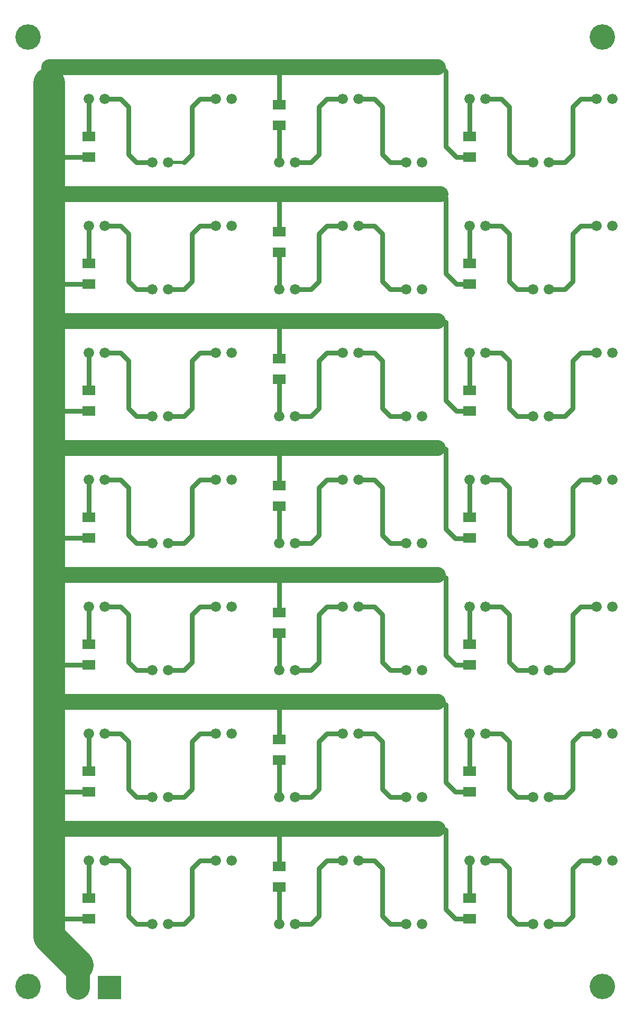
<source format=gbl>
G04 (created by PCBNEW (2013-june-11)-stable) date Thu 26 Dec 2013 21:04:28 CET*
%MOIN*%
G04 Gerber Fmt 3.4, Leading zero omitted, Abs format*
%FSLAX34Y34*%
G01*
G70*
G90*
G04 APERTURE LIST*
%ADD10C,0.006*%
%ADD11R,0.08X0.06*%
%ADD12C,0.066*%
%ADD13C,0.15*%
%ADD14R,0.15X0.15*%
%ADD15C,0.16*%
%ADD16C,0.15*%
%ADD17C,0.2*%
%ADD18C,0.03*%
%ADD19C,0.1*%
%ADD20C,0.02*%
G04 APERTURE END LIST*
G54D10*
G54D11*
X31500Y-58350D03*
X31500Y-59650D03*
X43500Y-41650D03*
X43500Y-40350D03*
X31500Y-50350D03*
X31500Y-51650D03*
X43500Y-49650D03*
X43500Y-48350D03*
X55500Y-50350D03*
X55500Y-51650D03*
X55500Y-74350D03*
X55500Y-75650D03*
X55500Y-42350D03*
X55500Y-43650D03*
X43500Y-57650D03*
X43500Y-56350D03*
X43500Y-73650D03*
X43500Y-72350D03*
X55500Y-58350D03*
X55500Y-59650D03*
X31500Y-74350D03*
X31500Y-75650D03*
X31500Y-66350D03*
X31500Y-67650D03*
X43500Y-65650D03*
X43500Y-64350D03*
X55500Y-66350D03*
X55500Y-67650D03*
X31500Y-34350D03*
X31500Y-35650D03*
X31500Y-26350D03*
X31500Y-27650D03*
X43500Y-25650D03*
X43500Y-24350D03*
X55500Y-26350D03*
X55500Y-27650D03*
X43500Y-33650D03*
X43500Y-32350D03*
X31500Y-42350D03*
X31500Y-43650D03*
X55500Y-34350D03*
X55500Y-35650D03*
G54D12*
X47500Y-48000D03*
X48500Y-48000D03*
X43500Y-44000D03*
X44500Y-44000D03*
X47500Y-40000D03*
X48500Y-40000D03*
X51500Y-44000D03*
X52500Y-44000D03*
X55500Y-40000D03*
X56500Y-40000D03*
X59500Y-44000D03*
X60500Y-44000D03*
X63500Y-40000D03*
X64500Y-40000D03*
X31500Y-48000D03*
X32500Y-48000D03*
X35500Y-52000D03*
X36500Y-52000D03*
X39500Y-48000D03*
X40500Y-48000D03*
X43500Y-52000D03*
X44500Y-52000D03*
X39500Y-40000D03*
X40500Y-40000D03*
X51500Y-52000D03*
X52500Y-52000D03*
X55500Y-48000D03*
X56500Y-48000D03*
X59500Y-52000D03*
X60500Y-52000D03*
X63500Y-48000D03*
X64500Y-48000D03*
X31500Y-56000D03*
X32500Y-56000D03*
X35500Y-60000D03*
X36500Y-60000D03*
X39500Y-56000D03*
X40500Y-56000D03*
X43500Y-60000D03*
X44500Y-60000D03*
X47500Y-56000D03*
X48500Y-56000D03*
X35500Y-36000D03*
X36500Y-36000D03*
X35500Y-28000D03*
X36500Y-28000D03*
X39500Y-24000D03*
X40500Y-24000D03*
X43500Y-28000D03*
X44500Y-28000D03*
X47500Y-24000D03*
X48500Y-24000D03*
X51500Y-28000D03*
X52500Y-28000D03*
X55500Y-24000D03*
X56500Y-24000D03*
X59500Y-28000D03*
X60500Y-28000D03*
X63500Y-24000D03*
X64500Y-24000D03*
X31500Y-32000D03*
X32500Y-32000D03*
X51500Y-60000D03*
X52500Y-60000D03*
X39500Y-32000D03*
X40500Y-32000D03*
X43500Y-36000D03*
X44500Y-36000D03*
X47500Y-32000D03*
X48500Y-32000D03*
X51500Y-36000D03*
X52500Y-36000D03*
X55500Y-32000D03*
X56500Y-32000D03*
X59500Y-36000D03*
X60500Y-36000D03*
X63500Y-32000D03*
X64500Y-32000D03*
X31500Y-40000D03*
X32500Y-40000D03*
X35500Y-44000D03*
X36500Y-44000D03*
X31500Y-24000D03*
X32500Y-24000D03*
X63500Y-72000D03*
X64500Y-72000D03*
X59500Y-76000D03*
X60500Y-76000D03*
X55500Y-64000D03*
X56500Y-64000D03*
X55500Y-56000D03*
X56500Y-56000D03*
X59500Y-60000D03*
X60500Y-60000D03*
X63500Y-56000D03*
X64500Y-56000D03*
X31500Y-64000D03*
X32500Y-64000D03*
X35500Y-68000D03*
X36500Y-68000D03*
X39500Y-64000D03*
X40500Y-64000D03*
X43500Y-68000D03*
X44500Y-68000D03*
X47500Y-64000D03*
X48500Y-64000D03*
X51500Y-68000D03*
X52500Y-68000D03*
X59500Y-68000D03*
X60500Y-68000D03*
X63500Y-64000D03*
X64500Y-64000D03*
X31500Y-72000D03*
X32500Y-72000D03*
X35500Y-76000D03*
X36500Y-76000D03*
X39500Y-72000D03*
X40500Y-72000D03*
X43500Y-76000D03*
X44500Y-76000D03*
X47500Y-72000D03*
X48500Y-72000D03*
X51500Y-76000D03*
X52500Y-76000D03*
X55500Y-72000D03*
X56500Y-72000D03*
G54D13*
X30800Y-80000D03*
G54D14*
X32800Y-80000D03*
G54D15*
X27637Y-20078D03*
X63858Y-20078D03*
X63858Y-79921D03*
X27637Y-79921D03*
G54D16*
X30800Y-80000D02*
X30800Y-78600D01*
G54D17*
X29000Y-76800D02*
X29000Y-75650D01*
X30800Y-78600D02*
X29000Y-76800D01*
G54D18*
X43500Y-48350D02*
X43500Y-46000D01*
X43500Y-56350D02*
X43500Y-54000D01*
X43500Y-64350D02*
X43500Y-62000D01*
X43500Y-72350D02*
X43500Y-70000D01*
X55500Y-75650D02*
X54600Y-75650D01*
G54D19*
X53500Y-70000D02*
X43500Y-70000D01*
X43500Y-70000D02*
X29000Y-70000D01*
G54D18*
X53550Y-70050D02*
X53500Y-70000D01*
X54000Y-70050D02*
X53550Y-70050D01*
X54000Y-75050D02*
X54000Y-70050D01*
X54600Y-75650D02*
X54000Y-75050D01*
X55500Y-67650D02*
X54600Y-67650D01*
G54D19*
X53500Y-62000D02*
X43500Y-62000D01*
X43500Y-62000D02*
X29000Y-62000D01*
G54D18*
X53650Y-62150D02*
X53500Y-62000D01*
X54000Y-62150D02*
X53650Y-62150D01*
X54000Y-67050D02*
X54000Y-62150D01*
X54600Y-67650D02*
X54000Y-67050D01*
X55500Y-59650D02*
X54600Y-59650D01*
G54D19*
X53500Y-54000D02*
X43500Y-54000D01*
X43500Y-54000D02*
X29000Y-54000D01*
G54D18*
X53650Y-54150D02*
X53500Y-54000D01*
X54000Y-54150D02*
X53650Y-54150D01*
X54000Y-54200D02*
X54000Y-54150D01*
X54000Y-59050D02*
X54000Y-54200D01*
X54600Y-59650D02*
X54000Y-59050D01*
X55500Y-51650D02*
X55450Y-51700D01*
G54D19*
X53500Y-46000D02*
X43500Y-46000D01*
X43500Y-46000D02*
X29000Y-46000D01*
G54D18*
X53550Y-46050D02*
X53500Y-46000D01*
X54000Y-46050D02*
X53550Y-46050D01*
X54000Y-51100D02*
X54000Y-46050D01*
X54600Y-51700D02*
X54000Y-51100D01*
X55450Y-51700D02*
X54600Y-51700D01*
X31500Y-75650D02*
X29000Y-75650D01*
X31500Y-67650D02*
X29000Y-67650D01*
X31500Y-59650D02*
X29000Y-59650D01*
X31500Y-51650D02*
X29000Y-51650D01*
G54D17*
X29000Y-75650D02*
X29000Y-70000D01*
X29000Y-70000D02*
X29000Y-67650D01*
X29000Y-67650D02*
X29000Y-62000D01*
X29000Y-62000D02*
X29000Y-59650D01*
X29000Y-59650D02*
X29000Y-54000D01*
X29000Y-54000D02*
X29000Y-51650D01*
X29000Y-51650D02*
X29000Y-46000D01*
X29000Y-46000D02*
X29000Y-43700D01*
G54D18*
X31500Y-43650D02*
X29000Y-43650D01*
X29550Y-43700D02*
X29000Y-43700D01*
X29500Y-43650D02*
X29550Y-43700D01*
X29000Y-43650D02*
X29500Y-43650D01*
X43500Y-40350D02*
X43500Y-38000D01*
X54000Y-38300D02*
X54000Y-38100D01*
X54650Y-43650D02*
X54000Y-43000D01*
X54000Y-43000D02*
X54000Y-38300D01*
G54D19*
X29000Y-38000D02*
X43500Y-38000D01*
X43500Y-38000D02*
X53500Y-38000D01*
G54D18*
X54650Y-43650D02*
X55500Y-43650D01*
X53550Y-38050D02*
X53500Y-38000D01*
X54000Y-38050D02*
X53550Y-38050D01*
X54000Y-38100D02*
X54000Y-38050D01*
X43500Y-32350D02*
X43500Y-30000D01*
X54000Y-30725D02*
X54000Y-30225D01*
X53725Y-30225D02*
X53500Y-30000D01*
X54000Y-30225D02*
X53725Y-30225D01*
X53500Y-30000D02*
X53575Y-30000D01*
X53650Y-29925D02*
X53650Y-30000D01*
X53575Y-30000D02*
X53650Y-29925D01*
X55500Y-35650D02*
X54650Y-35650D01*
X54000Y-30750D02*
X54000Y-30725D01*
X54000Y-30725D02*
X54000Y-30700D01*
X54000Y-35000D02*
X54000Y-30750D01*
X54650Y-35650D02*
X54000Y-35000D01*
G54D19*
X53500Y-30000D02*
X53650Y-30000D01*
X53650Y-30000D02*
X53300Y-30000D01*
X53300Y-30000D02*
X43500Y-30000D01*
X43500Y-30000D02*
X29000Y-30000D01*
G54D18*
X31500Y-35650D02*
X29000Y-35650D01*
X53500Y-22000D02*
X53750Y-22000D01*
G54D19*
X43500Y-22000D02*
X53500Y-22000D01*
G54D18*
X54650Y-27650D02*
X55500Y-27650D01*
X54000Y-27000D02*
X54650Y-27650D01*
X54000Y-22250D02*
X54000Y-27000D01*
X53750Y-22000D02*
X54000Y-22250D01*
X43500Y-24350D02*
X43500Y-22000D01*
G54D19*
X29000Y-22000D02*
X43500Y-22000D01*
G54D17*
X29000Y-27650D02*
X29000Y-23000D01*
G54D19*
X29000Y-23000D02*
X29000Y-22000D01*
G54D18*
X29000Y-27650D02*
X31500Y-27650D01*
G54D17*
X29000Y-27650D02*
X29000Y-30000D01*
X29000Y-30000D02*
X29000Y-35650D01*
X29000Y-35650D02*
X29000Y-38000D01*
X29000Y-38000D02*
X29000Y-43700D01*
G54D18*
X43500Y-65650D02*
X43500Y-68000D01*
X43500Y-57650D02*
X43500Y-60000D01*
X48500Y-56000D02*
X49500Y-56000D01*
X50500Y-60000D02*
X51500Y-60000D01*
X50000Y-59500D02*
X50500Y-60000D01*
X50000Y-56500D02*
X50000Y-59500D01*
X49500Y-56000D02*
X50000Y-56500D01*
X44500Y-60000D02*
X45500Y-60000D01*
X46500Y-56000D02*
X47500Y-56000D01*
X46000Y-56500D02*
X46500Y-56000D01*
X46000Y-59500D02*
X46000Y-56500D01*
X45500Y-60000D02*
X46000Y-59500D01*
X31500Y-56000D02*
X31500Y-58350D01*
X36500Y-60000D02*
X37500Y-60000D01*
X38500Y-56000D02*
X39500Y-56000D01*
X38000Y-56500D02*
X38500Y-56000D01*
X38000Y-59500D02*
X38000Y-56500D01*
X37500Y-60000D02*
X38000Y-59500D01*
X32500Y-56000D02*
X33500Y-56000D01*
X34500Y-60000D02*
X35500Y-60000D01*
X34000Y-59500D02*
X34500Y-60000D01*
X34000Y-56500D02*
X34000Y-59500D01*
X33500Y-56000D02*
X34000Y-56500D01*
X56500Y-56000D02*
X57500Y-56000D01*
X58500Y-60000D02*
X59500Y-60000D01*
X58000Y-59500D02*
X58500Y-60000D01*
X58000Y-56500D02*
X58000Y-59500D01*
X57500Y-56000D02*
X58000Y-56500D01*
X55500Y-58350D02*
X55500Y-56000D01*
X60500Y-60000D02*
X61500Y-60000D01*
X62500Y-56000D02*
X63500Y-56000D01*
X62000Y-56500D02*
X62500Y-56000D01*
X62000Y-59500D02*
X62000Y-56500D01*
X61500Y-60000D02*
X62000Y-59500D01*
X44500Y-68000D02*
X45500Y-68000D01*
X46500Y-64000D02*
X47500Y-64000D01*
X46000Y-64500D02*
X46500Y-64000D01*
X46000Y-67500D02*
X46000Y-64500D01*
X45500Y-68000D02*
X46000Y-67500D01*
X48500Y-72000D02*
X49500Y-72000D01*
X50500Y-76000D02*
X51500Y-76000D01*
X50000Y-75500D02*
X50500Y-76000D01*
X50000Y-72500D02*
X50000Y-75500D01*
X49500Y-72000D02*
X50000Y-72500D01*
X44500Y-76000D02*
X45500Y-76000D01*
X46500Y-72000D02*
X47500Y-72000D01*
X46000Y-72500D02*
X46500Y-72000D01*
X46000Y-75500D02*
X46000Y-72500D01*
X45500Y-76000D02*
X46000Y-75500D01*
X43500Y-73650D02*
X43500Y-76000D01*
X31500Y-74350D02*
X31500Y-72000D01*
X36500Y-76000D02*
X37500Y-76000D01*
X38500Y-72000D02*
X39500Y-72000D01*
X38000Y-72500D02*
X38500Y-72000D01*
X38000Y-75500D02*
X38000Y-72500D01*
X37500Y-76000D02*
X38000Y-75500D01*
X32500Y-72000D02*
X33500Y-72000D01*
X34500Y-76000D02*
X35500Y-76000D01*
X34000Y-75500D02*
X34500Y-76000D01*
X34000Y-72500D02*
X34000Y-75500D01*
X33500Y-72000D02*
X34000Y-72500D01*
X56500Y-72000D02*
X57500Y-72000D01*
X58500Y-76000D02*
X59500Y-76000D01*
X58000Y-75500D02*
X58500Y-76000D01*
X58000Y-72500D02*
X58000Y-75500D01*
X57500Y-72000D02*
X58000Y-72500D01*
X55500Y-72000D02*
X55500Y-74350D01*
X60500Y-76000D02*
X61500Y-76000D01*
X62500Y-72000D02*
X63500Y-72000D01*
X62000Y-72500D02*
X62500Y-72000D01*
X62000Y-75500D02*
X62000Y-72500D01*
X61500Y-76000D02*
X62000Y-75500D01*
X44500Y-36000D02*
X45500Y-36000D01*
X46500Y-32000D02*
X47500Y-32000D01*
X46000Y-32500D02*
X46500Y-32000D01*
X46000Y-35500D02*
X46000Y-32500D01*
X45500Y-36000D02*
X46000Y-35500D01*
X31500Y-66350D02*
X31500Y-64000D01*
X43500Y-33650D02*
X43500Y-36000D01*
X48500Y-32000D02*
X49500Y-32000D01*
X50500Y-36000D02*
X51500Y-36000D01*
X50000Y-35500D02*
X50500Y-36000D01*
X50000Y-32500D02*
X50000Y-35500D01*
X49500Y-32000D02*
X50000Y-32500D01*
X55500Y-34350D02*
X55500Y-32000D01*
X31500Y-34350D02*
X31500Y-32000D01*
X36500Y-36000D02*
X37500Y-36000D01*
X38500Y-32000D02*
X39500Y-32000D01*
X38000Y-32500D02*
X38500Y-32000D01*
X38000Y-35500D02*
X38000Y-32500D01*
X37500Y-36000D02*
X38000Y-35500D01*
X32500Y-32000D02*
X33500Y-32000D01*
X34500Y-36000D02*
X35500Y-36000D01*
X34000Y-35500D02*
X34500Y-36000D01*
X34000Y-32500D02*
X34000Y-35500D01*
X33500Y-32000D02*
X34000Y-32500D01*
X36500Y-44000D02*
X37500Y-44000D01*
X38500Y-40000D02*
X39500Y-40000D01*
X38000Y-40500D02*
X38500Y-40000D01*
X38000Y-43500D02*
X38000Y-40500D01*
X37500Y-44000D02*
X38000Y-43500D01*
X32500Y-40000D02*
X33500Y-40000D01*
X34500Y-44000D02*
X35500Y-44000D01*
X34000Y-43500D02*
X34500Y-44000D01*
X34000Y-40500D02*
X34000Y-43500D01*
X33500Y-40000D02*
X34000Y-40500D01*
X31500Y-42350D02*
X31500Y-40000D01*
X60500Y-36000D02*
X61500Y-36000D01*
X62500Y-32000D02*
X63500Y-32000D01*
X62000Y-32500D02*
X62500Y-32000D01*
X62000Y-35500D02*
X62000Y-32500D01*
X61500Y-36000D02*
X62000Y-35500D01*
X36500Y-68000D02*
X37500Y-68000D01*
X38500Y-64000D02*
X39500Y-64000D01*
X38000Y-64500D02*
X38500Y-64000D01*
X38000Y-67500D02*
X38000Y-64500D01*
X37500Y-68000D02*
X38000Y-67500D01*
X56500Y-32000D02*
X57500Y-32000D01*
X58500Y-36000D02*
X59500Y-36000D01*
X58000Y-35500D02*
X58500Y-36000D01*
X58000Y-32500D02*
X58000Y-35500D01*
X57500Y-32000D02*
X58000Y-32500D01*
X44500Y-28000D02*
X45500Y-28000D01*
X45500Y-28000D02*
X46000Y-27500D01*
X46000Y-27500D02*
X46000Y-24500D01*
X46000Y-24500D02*
X46500Y-24000D01*
X46500Y-24000D02*
X47500Y-24000D01*
X48500Y-24000D02*
X49500Y-24000D01*
X49500Y-24000D02*
X50000Y-24500D01*
X50000Y-24500D02*
X50000Y-27500D01*
X50000Y-27500D02*
X50500Y-28000D01*
X50500Y-28000D02*
X51500Y-28000D01*
X43500Y-28000D02*
X43500Y-25650D01*
X31500Y-26350D02*
X31500Y-24000D01*
G54D20*
X36500Y-28000D02*
X37500Y-28000D01*
G54D18*
X38500Y-24000D02*
X39500Y-24000D01*
X38000Y-24500D02*
X38500Y-24000D01*
X38000Y-27500D02*
X38000Y-24500D01*
X37500Y-28000D02*
X38000Y-27500D01*
X35500Y-28000D02*
X34500Y-28000D01*
X34500Y-28000D02*
X34000Y-27500D01*
X34000Y-27500D02*
X34000Y-24500D01*
X34000Y-24500D02*
X33500Y-24000D01*
X33500Y-24000D02*
X32500Y-24000D01*
X55500Y-24000D02*
X55500Y-26350D01*
X60500Y-28000D02*
X61500Y-28000D01*
X61500Y-28000D02*
X62000Y-27500D01*
X62000Y-27500D02*
X62000Y-24500D01*
X62000Y-24500D02*
X62500Y-24000D01*
X62500Y-24000D02*
X63500Y-24000D01*
X56500Y-24000D02*
X57500Y-24000D01*
X57500Y-24000D02*
X58000Y-24500D01*
X58000Y-24500D02*
X58000Y-27500D01*
X58000Y-27500D02*
X58500Y-28000D01*
X58500Y-28000D02*
X59500Y-28000D01*
X32500Y-64000D02*
X33500Y-64000D01*
X34500Y-68000D02*
X35500Y-68000D01*
X34000Y-67500D02*
X34500Y-68000D01*
X34000Y-64500D02*
X34000Y-67500D01*
X33500Y-64000D02*
X34000Y-64500D01*
X36500Y-52000D02*
X37500Y-52000D01*
X38500Y-48000D02*
X39500Y-48000D01*
X38000Y-48500D02*
X38500Y-48000D01*
X38000Y-51500D02*
X38000Y-48500D01*
X37500Y-52000D02*
X38000Y-51500D01*
X48500Y-48000D02*
X49500Y-48000D01*
X50500Y-52000D02*
X51500Y-52000D01*
X50000Y-51500D02*
X50500Y-52000D01*
X50000Y-48500D02*
X50000Y-51500D01*
X49500Y-48000D02*
X50000Y-48500D01*
X44500Y-52000D02*
X45500Y-52000D01*
X46500Y-48000D02*
X47500Y-48000D01*
X46000Y-48500D02*
X46500Y-48000D01*
X46000Y-51500D02*
X46000Y-48500D01*
X45500Y-52000D02*
X46000Y-51500D01*
X43500Y-52000D02*
X43500Y-49650D01*
X31500Y-50350D02*
X31500Y-48000D01*
X32500Y-48000D02*
X33500Y-48000D01*
X34500Y-52000D02*
X35500Y-52000D01*
X34000Y-51500D02*
X34500Y-52000D01*
X34000Y-48500D02*
X34000Y-51500D01*
X33500Y-48000D02*
X34000Y-48500D01*
X60500Y-52000D02*
X61500Y-52000D01*
X62500Y-48000D02*
X63500Y-48000D01*
X62000Y-48500D02*
X62500Y-48000D01*
X62000Y-51500D02*
X62000Y-48500D01*
X61500Y-52000D02*
X62000Y-51500D01*
X55500Y-48000D02*
X55500Y-50350D01*
X56500Y-48000D02*
X57500Y-48000D01*
X58500Y-52000D02*
X59500Y-52000D01*
X58000Y-51500D02*
X58500Y-52000D01*
X58000Y-48500D02*
X58000Y-51500D01*
X57500Y-48000D02*
X58000Y-48500D01*
X43500Y-41650D02*
X43500Y-44000D01*
X60500Y-68000D02*
X61500Y-68000D01*
X62500Y-64000D02*
X63500Y-64000D01*
X62000Y-64500D02*
X62500Y-64000D01*
X62000Y-67500D02*
X62000Y-64500D01*
X61500Y-68000D02*
X62000Y-67500D01*
X48500Y-40000D02*
X49500Y-40000D01*
X50500Y-44000D02*
X51500Y-44000D01*
X50000Y-43500D02*
X50500Y-44000D01*
X50000Y-40500D02*
X50000Y-43500D01*
X49500Y-40000D02*
X50000Y-40500D01*
X44500Y-44000D02*
X45500Y-44000D01*
X46500Y-40000D02*
X47500Y-40000D01*
X46000Y-40500D02*
X46500Y-40000D01*
X46000Y-43500D02*
X46000Y-40500D01*
X45500Y-44000D02*
X46000Y-43500D01*
X55500Y-42350D02*
X55500Y-40000D01*
X60500Y-44000D02*
X61500Y-44000D01*
X62500Y-40000D02*
X63500Y-40000D01*
X62000Y-40500D02*
X62500Y-40000D01*
X62000Y-43500D02*
X62000Y-40500D01*
X61500Y-44000D02*
X62000Y-43500D01*
X56500Y-40000D02*
X57500Y-40000D01*
X58500Y-44000D02*
X59500Y-44000D01*
X58000Y-43500D02*
X58500Y-44000D01*
X58000Y-40500D02*
X58000Y-43500D01*
X57500Y-40000D02*
X58000Y-40500D01*
X56500Y-64000D02*
X57500Y-64000D01*
X58500Y-68000D02*
X59500Y-68000D01*
X58000Y-67500D02*
X58500Y-68000D01*
X58000Y-64500D02*
X58000Y-67500D01*
X57500Y-64000D02*
X58000Y-64500D01*
X55500Y-66350D02*
X55500Y-64000D01*
X48500Y-64000D02*
X49500Y-64000D01*
X50500Y-68000D02*
X51500Y-68000D01*
X50000Y-67500D02*
X50500Y-68000D01*
X50000Y-64500D02*
X50000Y-67500D01*
X49500Y-64000D02*
X50000Y-64500D01*
M02*

</source>
